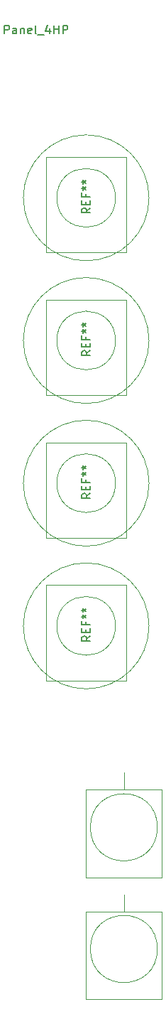
<source format=gbr>
%TF.GenerationSoftware,KiCad,Pcbnew,5.1.9+dfsg1-1~bpo10+1*%
%TF.CreationDate,2022-02-02T01:19:32+08:00*%
%TF.ProjectId,MiniADSR 1.0.1 - Front,4d696e69-4144-4535-9220-312e302e3120,rev?*%
%TF.SameCoordinates,Original*%
%TF.FileFunction,Other,Fab,Top*%
%FSLAX46Y46*%
G04 Gerber Fmt 4.6, Leading zero omitted, Abs format (unit mm)*
G04 Created by KiCad (PCBNEW 5.1.9+dfsg1-1~bpo10+1) date 2022-02-02 01:19:32*
%MOMM*%
%LPD*%
G01*
G04 APERTURE LIST*
%ADD10C,0.100000*%
%ADD11C,0.120000*%
%ADD12C,0.150000*%
G04 APERTURE END LIST*
D10*
%TO.C,REF\u002A\u002A*%
X60000000Y-139980000D02*
X60000000Y-129580000D01*
X69000000Y-139980000D02*
X60000000Y-139980000D01*
X64500000Y-127500000D02*
X64500000Y-129530000D01*
X69000000Y-129530000D02*
X60000000Y-129530000D01*
X69000000Y-139980000D02*
X69000000Y-129580000D01*
D11*
X68500000Y-134000000D02*
G75*
G03*
X68500000Y-134000000I-4000000J0D01*
G01*
X67500000Y-110000000D02*
G75*
G03*
X67500000Y-110000000I-7500000J0D01*
G01*
D10*
X64750000Y-105150000D02*
X55250000Y-105150000D01*
X64750000Y-116500000D02*
X64750000Y-105150000D01*
X55250000Y-116500000D02*
X55250000Y-105150000D01*
X63500000Y-110000000D02*
G75*
G03*
X63500000Y-110000000I-3500000J0D01*
G01*
X64750000Y-116500000D02*
X55250000Y-116500000D01*
D11*
X67500000Y-93000000D02*
G75*
G03*
X67500000Y-93000000I-7500000J0D01*
G01*
D10*
X64750000Y-88150000D02*
X55250000Y-88150000D01*
X64750000Y-99500000D02*
X64750000Y-88150000D01*
X55250000Y-99500000D02*
X55250000Y-88150000D01*
X63500000Y-93000000D02*
G75*
G03*
X63500000Y-93000000I-3500000J0D01*
G01*
X64750000Y-99500000D02*
X55250000Y-99500000D01*
D11*
X67500000Y-76000000D02*
G75*
G03*
X67500000Y-76000000I-7500000J0D01*
G01*
D10*
X64750000Y-71150000D02*
X55250000Y-71150000D01*
X64750000Y-82500000D02*
X64750000Y-71150000D01*
X55250000Y-82500000D02*
X55250000Y-71150000D01*
X63500000Y-76000000D02*
G75*
G03*
X63500000Y-76000000I-3500000J0D01*
G01*
X64750000Y-82500000D02*
X55250000Y-82500000D01*
D11*
X67500000Y-59000000D02*
G75*
G03*
X67500000Y-59000000I-7500000J0D01*
G01*
D10*
X64750000Y-54150000D02*
X55250000Y-54150000D01*
X64750000Y-65500000D02*
X64750000Y-54150000D01*
X55250000Y-65500000D02*
X55250000Y-54150000D01*
X63500000Y-59000000D02*
G75*
G03*
X63500000Y-59000000I-3500000J0D01*
G01*
X64750000Y-65500000D02*
X55250000Y-65500000D01*
X60000000Y-154480000D02*
X60000000Y-144080000D01*
X69000000Y-154480000D02*
X60000000Y-154480000D01*
X64500000Y-142000000D02*
X64500000Y-144030000D01*
X69000000Y-144030000D02*
X60000000Y-144030000D01*
X69000000Y-154480000D02*
X69000000Y-144080000D01*
D11*
X68500000Y-148500000D02*
G75*
G03*
X68500000Y-148500000I-4000000J0D01*
G01*
%TD*%
%TO.C,REF\u002A\u002A*%
D12*
X60492380Y-111213333D02*
X60016190Y-111546666D01*
X60492380Y-111784761D02*
X59492380Y-111784761D01*
X59492380Y-111403809D01*
X59540000Y-111308571D01*
X59587619Y-111260952D01*
X59682857Y-111213333D01*
X59825714Y-111213333D01*
X59920952Y-111260952D01*
X59968571Y-111308571D01*
X60016190Y-111403809D01*
X60016190Y-111784761D01*
X59968571Y-110784761D02*
X59968571Y-110451428D01*
X60492380Y-110308571D02*
X60492380Y-110784761D01*
X59492380Y-110784761D01*
X59492380Y-110308571D01*
X59968571Y-109546666D02*
X59968571Y-109880000D01*
X60492380Y-109880000D02*
X59492380Y-109880000D01*
X59492380Y-109403809D01*
X59492380Y-108880000D02*
X59730476Y-108880000D01*
X59635238Y-109118095D02*
X59730476Y-108880000D01*
X59635238Y-108641904D01*
X59920952Y-109022857D02*
X59730476Y-108880000D01*
X59920952Y-108737142D01*
X59492380Y-108118095D02*
X59730476Y-108118095D01*
X59635238Y-108356190D02*
X59730476Y-108118095D01*
X59635238Y-107880000D01*
X59920952Y-108260952D02*
X59730476Y-108118095D01*
X59920952Y-107975238D01*
X60492380Y-94213333D02*
X60016190Y-94546666D01*
X60492380Y-94784761D02*
X59492380Y-94784761D01*
X59492380Y-94403809D01*
X59540000Y-94308571D01*
X59587619Y-94260952D01*
X59682857Y-94213333D01*
X59825714Y-94213333D01*
X59920952Y-94260952D01*
X59968571Y-94308571D01*
X60016190Y-94403809D01*
X60016190Y-94784761D01*
X59968571Y-93784761D02*
X59968571Y-93451428D01*
X60492380Y-93308571D02*
X60492380Y-93784761D01*
X59492380Y-93784761D01*
X59492380Y-93308571D01*
X59968571Y-92546666D02*
X59968571Y-92880000D01*
X60492380Y-92880000D02*
X59492380Y-92880000D01*
X59492380Y-92403809D01*
X59492380Y-91880000D02*
X59730476Y-91880000D01*
X59635238Y-92118095D02*
X59730476Y-91880000D01*
X59635238Y-91641904D01*
X59920952Y-92022857D02*
X59730476Y-91880000D01*
X59920952Y-91737142D01*
X59492380Y-91118095D02*
X59730476Y-91118095D01*
X59635238Y-91356190D02*
X59730476Y-91118095D01*
X59635238Y-90880000D01*
X59920952Y-91260952D02*
X59730476Y-91118095D01*
X59920952Y-90975238D01*
X60492380Y-77213333D02*
X60016190Y-77546666D01*
X60492380Y-77784761D02*
X59492380Y-77784761D01*
X59492380Y-77403809D01*
X59540000Y-77308571D01*
X59587619Y-77260952D01*
X59682857Y-77213333D01*
X59825714Y-77213333D01*
X59920952Y-77260952D01*
X59968571Y-77308571D01*
X60016190Y-77403809D01*
X60016190Y-77784761D01*
X59968571Y-76784761D02*
X59968571Y-76451428D01*
X60492380Y-76308571D02*
X60492380Y-76784761D01*
X59492380Y-76784761D01*
X59492380Y-76308571D01*
X59968571Y-75546666D02*
X59968571Y-75880000D01*
X60492380Y-75880000D02*
X59492380Y-75880000D01*
X59492380Y-75403809D01*
X59492380Y-74880000D02*
X59730476Y-74880000D01*
X59635238Y-75118095D02*
X59730476Y-74880000D01*
X59635238Y-74641904D01*
X59920952Y-75022857D02*
X59730476Y-74880000D01*
X59920952Y-74737142D01*
X59492380Y-74118095D02*
X59730476Y-74118095D01*
X59635238Y-74356190D02*
X59730476Y-74118095D01*
X59635238Y-73880000D01*
X59920952Y-74260952D02*
X59730476Y-74118095D01*
X59920952Y-73975238D01*
X60492380Y-60213333D02*
X60016190Y-60546666D01*
X60492380Y-60784761D02*
X59492380Y-60784761D01*
X59492380Y-60403809D01*
X59540000Y-60308571D01*
X59587619Y-60260952D01*
X59682857Y-60213333D01*
X59825714Y-60213333D01*
X59920952Y-60260952D01*
X59968571Y-60308571D01*
X60016190Y-60403809D01*
X60016190Y-60784761D01*
X59968571Y-59784761D02*
X59968571Y-59451428D01*
X60492380Y-59308571D02*
X60492380Y-59784761D01*
X59492380Y-59784761D01*
X59492380Y-59308571D01*
X59968571Y-58546666D02*
X59968571Y-58880000D01*
X60492380Y-58880000D02*
X59492380Y-58880000D01*
X59492380Y-58403809D01*
X59492380Y-57880000D02*
X59730476Y-57880000D01*
X59635238Y-58118095D02*
X59730476Y-57880000D01*
X59635238Y-57641904D01*
X59920952Y-58022857D02*
X59730476Y-57880000D01*
X59920952Y-57737142D01*
X59492380Y-57118095D02*
X59730476Y-57118095D01*
X59635238Y-57356190D02*
X59730476Y-57118095D01*
X59635238Y-56880000D01*
X59920952Y-57260952D02*
X59730476Y-57118095D01*
X59920952Y-56975238D01*
X50261904Y-39452380D02*
X50261904Y-38452380D01*
X50642857Y-38452380D01*
X50738095Y-38500000D01*
X50785714Y-38547619D01*
X50833333Y-38642857D01*
X50833333Y-38785714D01*
X50785714Y-38880952D01*
X50738095Y-38928571D01*
X50642857Y-38976190D01*
X50261904Y-38976190D01*
X51690476Y-39452380D02*
X51690476Y-38928571D01*
X51642857Y-38833333D01*
X51547619Y-38785714D01*
X51357142Y-38785714D01*
X51261904Y-38833333D01*
X51690476Y-39404761D02*
X51595238Y-39452380D01*
X51357142Y-39452380D01*
X51261904Y-39404761D01*
X51214285Y-39309523D01*
X51214285Y-39214285D01*
X51261904Y-39119047D01*
X51357142Y-39071428D01*
X51595238Y-39071428D01*
X51690476Y-39023809D01*
X52166666Y-38785714D02*
X52166666Y-39452380D01*
X52166666Y-38880952D02*
X52214285Y-38833333D01*
X52309523Y-38785714D01*
X52452380Y-38785714D01*
X52547619Y-38833333D01*
X52595238Y-38928571D01*
X52595238Y-39452380D01*
X53452380Y-39404761D02*
X53357142Y-39452380D01*
X53166666Y-39452380D01*
X53071428Y-39404761D01*
X53023809Y-39309523D01*
X53023809Y-38928571D01*
X53071428Y-38833333D01*
X53166666Y-38785714D01*
X53357142Y-38785714D01*
X53452380Y-38833333D01*
X53500000Y-38928571D01*
X53500000Y-39023809D01*
X53023809Y-39119047D01*
X54071428Y-39452380D02*
X53976190Y-39404761D01*
X53928571Y-39309523D01*
X53928571Y-38452380D01*
X54214285Y-39547619D02*
X54976190Y-39547619D01*
X55642857Y-38785714D02*
X55642857Y-39452380D01*
X55404761Y-38404761D02*
X55166666Y-39119047D01*
X55785714Y-39119047D01*
X56166666Y-39452380D02*
X56166666Y-38452380D01*
X56166666Y-38928571D02*
X56738095Y-38928571D01*
X56738095Y-39452380D02*
X56738095Y-38452380D01*
X57214285Y-39452380D02*
X57214285Y-38452380D01*
X57595238Y-38452380D01*
X57690476Y-38500000D01*
X57738095Y-38547619D01*
X57785714Y-38642857D01*
X57785714Y-38785714D01*
X57738095Y-38880952D01*
X57690476Y-38928571D01*
X57595238Y-38976190D01*
X57214285Y-38976190D01*
%TD*%
M02*

</source>
